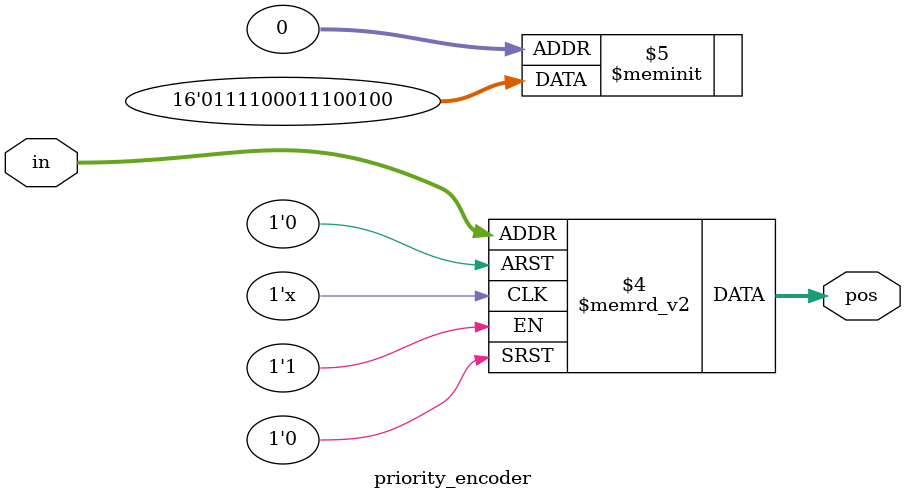
<source format=v>
module priority_encoder( 
input [2:0] in,
output reg [1:0] pos ); 
// When sel=1, assign b to out
always @(*)
begin
case(in)

3'b000: pos = 2'b00;
3'b001: pos = 2'b01;
3'b010: pos = 2'b10;
3'b011: pos = 2'b11;

3'b100: pos = 2'b00;
3'b101: pos = 2'b10;
3'b110: pos = 2'b11;
3'b111: pos = 2'b01;
default: pos = 2'b00;

endcase
end
endmodule

</source>
